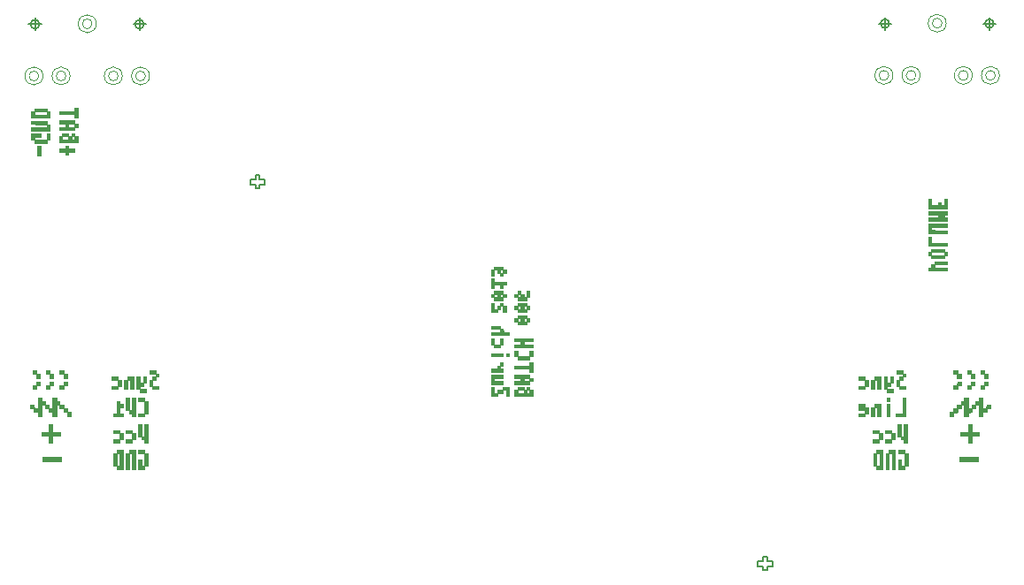
<source format=gbr>
G04 #@! TF.FileFunction,Legend,Bot*
%FSLAX46Y46*%
G04 Gerber Fmt 4.6, Leading zero omitted, Abs format (unit mm)*
G04 Created by KiCad (PCBNEW 4.0.7-e0-6372~58~ubuntu16.04.1) date Thu Mar  7 17:22:22 2019*
%MOMM*%
%LPD*%
G01*
G04 APERTURE LIST*
%ADD10C,0.100000*%
%ADD11C,0.152400*%
%ADD12C,0.127000*%
%ADD13C,0.010000*%
G04 APERTURE END LIST*
D10*
D11*
X173558000Y-124210000D02*
X174058000Y-124210000D01*
X174058000Y-124710000D02*
X173558000Y-124710000D01*
X174458000Y-124710000D02*
X174958000Y-124710000D01*
X174958000Y-124710000D02*
X174958000Y-124210000D01*
X174958000Y-124210000D02*
X174458000Y-124210000D01*
X174458000Y-124210000D02*
X174458000Y-123810000D01*
X174458000Y-123810000D02*
X174058000Y-123810000D01*
X174058000Y-123810000D02*
X174058000Y-124210000D01*
X173558000Y-124210000D02*
X173558000Y-124710000D01*
X174058000Y-124710000D02*
X174058000Y-125110000D01*
X174058000Y-125110000D02*
X174458000Y-125110000D01*
X174458000Y-125110000D02*
X174458000Y-124710000D01*
X126390000Y-88134000D02*
X125890000Y-88134000D01*
X125890000Y-87634000D02*
X126390000Y-87634000D01*
X125490000Y-87634000D02*
X124990000Y-87634000D01*
X124990000Y-87634000D02*
X124990000Y-88134000D01*
X124990000Y-88134000D02*
X125490000Y-88134000D01*
X125490000Y-88134000D02*
X125490000Y-88534000D01*
X125490000Y-88534000D02*
X125890000Y-88534000D01*
X125890000Y-88534000D02*
X125890000Y-88134000D01*
X126390000Y-88134000D02*
X126390000Y-87634000D01*
X125890000Y-87634000D02*
X125890000Y-87234000D01*
X125890000Y-87234000D02*
X125490000Y-87234000D01*
X125490000Y-87234000D02*
X125490000Y-87634000D01*
D10*
X191180473Y-72696500D02*
G75*
G03X191180473Y-72696500I-466973J0D01*
G01*
X186082693Y-77695220D02*
G75*
G03X186082693Y-77695220I-466973J0D01*
G01*
X188681113Y-77695220D02*
G75*
G03X188681113Y-77695220I-466973J0D01*
G01*
X193679833Y-77695220D02*
G75*
G03X193679833Y-77695220I-466973J0D01*
G01*
X196278253Y-77695220D02*
G75*
G03X196278253Y-77695220I-466973J0D01*
G01*
X191575605Y-72696500D02*
G75*
G03X191575605Y-72696500I-862105J0D01*
G01*
X186477825Y-77695220D02*
G75*
G03X186477825Y-77695220I-862105J0D01*
G01*
X196673385Y-77695220D02*
G75*
G03X196673385Y-77695220I-862105J0D01*
G01*
X194074965Y-77695220D02*
G75*
G03X194074965Y-77695220I-862105J0D01*
G01*
X189076245Y-77695220D02*
G75*
G03X189076245Y-77695220I-862105J0D01*
G01*
D12*
X186138648Y-72737140D02*
G75*
G03X186138648Y-72737140I-423868J0D01*
G01*
X185714780Y-72137700D02*
X185714780Y-73336580D01*
X186314220Y-72737140D02*
X185115340Y-72737140D01*
X196136088Y-72737140D02*
G75*
G03X196136088Y-72737140I-423868J0D01*
G01*
X195712220Y-72137700D02*
X195712220Y-73336580D01*
X196311660Y-72737140D02*
X195112780Y-72737140D01*
D10*
X109869193Y-72751280D02*
G75*
G03X109869193Y-72751280I-466973J0D01*
G01*
X104771413Y-77750000D02*
G75*
G03X104771413Y-77750000I-466973J0D01*
G01*
X107369833Y-77750000D02*
G75*
G03X107369833Y-77750000I-466973J0D01*
G01*
X112368553Y-77750000D02*
G75*
G03X112368553Y-77750000I-466973J0D01*
G01*
X114966973Y-77750000D02*
G75*
G03X114966973Y-77750000I-466973J0D01*
G01*
X110264325Y-72751280D02*
G75*
G03X110264325Y-72751280I-862105J0D01*
G01*
X105166545Y-77750000D02*
G75*
G03X105166545Y-77750000I-862105J0D01*
G01*
X115362105Y-77750000D02*
G75*
G03X115362105Y-77750000I-862105J0D01*
G01*
X112763685Y-77750000D02*
G75*
G03X112763685Y-77750000I-862105J0D01*
G01*
X107764965Y-77750000D02*
G75*
G03X107764965Y-77750000I-862105J0D01*
G01*
D12*
X104827368Y-72791920D02*
G75*
G03X104827368Y-72791920I-423868J0D01*
G01*
X104403500Y-72192480D02*
X104403500Y-73391360D01*
X105002940Y-72791920D02*
X103804060Y-72791920D01*
X114824808Y-72791920D02*
G75*
G03X114824808Y-72791920I-423868J0D01*
G01*
X114400940Y-72192480D02*
X114400940Y-73391360D01*
X115000380Y-72791920D02*
X113801500Y-72791920D01*
D13*
G36*
X112801700Y-115392400D02*
X112192100Y-115392400D01*
X112192100Y-115087600D01*
X111900000Y-115087600D01*
X111900000Y-113893800D01*
X112192100Y-113893800D01*
X112192100Y-115087600D01*
X112496900Y-115087600D01*
X112496900Y-113893800D01*
X112192100Y-113893800D01*
X112192100Y-113601700D01*
X112801700Y-113601700D01*
X112801700Y-115392400D01*
X112801700Y-115392400D01*
G37*
X112801700Y-115392400D02*
X112192100Y-115392400D01*
X112192100Y-115087600D01*
X111900000Y-115087600D01*
X111900000Y-113893800D01*
X112192100Y-113893800D01*
X112192100Y-115087600D01*
X112496900Y-115087600D01*
X112496900Y-113893800D01*
X112192100Y-113893800D01*
X112192100Y-113601700D01*
X112801700Y-113601700D01*
X112801700Y-115392400D01*
G36*
X113398600Y-113601700D02*
X113995500Y-113601700D01*
X113995500Y-115392400D01*
X113690700Y-115392400D01*
X113690700Y-113893800D01*
X113398600Y-113893800D01*
X113398600Y-113601700D01*
X113398600Y-113601700D01*
G37*
X113398600Y-113601700D02*
X113995500Y-113601700D01*
X113995500Y-115392400D01*
X113690700Y-115392400D01*
X113690700Y-113893800D01*
X113398600Y-113893800D01*
X113398600Y-113601700D01*
G36*
X113398600Y-115392400D02*
X113093800Y-115392400D01*
X113093800Y-113893800D01*
X113398600Y-113893800D01*
X113398600Y-115392400D01*
X113398600Y-115392400D01*
G37*
X113398600Y-115392400D02*
X113093800Y-115392400D01*
X113093800Y-113893800D01*
X113398600Y-113893800D01*
X113398600Y-115392400D01*
G36*
X114592400Y-115087600D02*
X114897200Y-115087600D01*
X114897200Y-115392400D01*
X114287275Y-115392400D01*
X114290612Y-114944725D01*
X114293950Y-114497050D01*
X114443175Y-114493471D01*
X114592400Y-114489893D01*
X114592400Y-115087600D01*
X114592400Y-115087600D01*
G37*
X114592400Y-115087600D02*
X114897200Y-115087600D01*
X114897200Y-115392400D01*
X114287275Y-115392400D01*
X114290612Y-114944725D01*
X114293950Y-114497050D01*
X114443175Y-114493471D01*
X114592400Y-114489893D01*
X114592400Y-115087600D01*
G36*
X115189300Y-115087600D02*
X114897200Y-115087600D01*
X114897200Y-113893800D01*
X115189300Y-113893800D01*
X115189300Y-115087600D01*
X115189300Y-115087600D01*
G37*
X115189300Y-115087600D02*
X114897200Y-115087600D01*
X114897200Y-113893800D01*
X115189300Y-113893800D01*
X115189300Y-115087600D01*
G36*
X114897200Y-113893800D02*
X114287600Y-113893800D01*
X114287600Y-113601700D01*
X114897200Y-113601700D01*
X114897200Y-113893800D01*
X114897200Y-113893800D01*
G37*
X114897200Y-113893800D02*
X114287600Y-113893800D01*
X114287600Y-113601700D01*
X114897200Y-113601700D01*
X114897200Y-113893800D01*
G36*
X185483800Y-115392400D02*
X184886900Y-115392400D01*
X184886900Y-115087600D01*
X184594800Y-115087600D01*
X184594800Y-113893800D01*
X184886900Y-113893800D01*
X184886900Y-115087600D01*
X185191700Y-115087600D01*
X185191700Y-113893800D01*
X184886900Y-113893800D01*
X184886900Y-113601700D01*
X185483800Y-113601700D01*
X185483800Y-115392400D01*
X185483800Y-115392400D01*
G37*
X185483800Y-115392400D02*
X184886900Y-115392400D01*
X184886900Y-115087600D01*
X184594800Y-115087600D01*
X184594800Y-113893800D01*
X184886900Y-113893800D01*
X184886900Y-115087600D01*
X185191700Y-115087600D01*
X185191700Y-113893800D01*
X184886900Y-113893800D01*
X184886900Y-113601700D01*
X185483800Y-113601700D01*
X185483800Y-115392400D01*
G36*
X186093400Y-113601700D02*
X186690300Y-113601700D01*
X186690300Y-115392400D01*
X186385500Y-115392400D01*
X186385500Y-113893800D01*
X186093400Y-113893800D01*
X186093400Y-113601700D01*
X186093400Y-113601700D01*
G37*
X186093400Y-113601700D02*
X186690300Y-113601700D01*
X186690300Y-115392400D01*
X186385500Y-115392400D01*
X186385500Y-113893800D01*
X186093400Y-113893800D01*
X186093400Y-113601700D01*
G36*
X186093400Y-115392400D02*
X185788600Y-115392400D01*
X185788600Y-113893800D01*
X186093400Y-113893800D01*
X186093400Y-115392400D01*
X186093400Y-115392400D01*
G37*
X186093400Y-115392400D02*
X185788600Y-115392400D01*
X185788600Y-113893800D01*
X186093400Y-113893800D01*
X186093400Y-115392400D01*
G36*
X187287200Y-115087600D02*
X187579300Y-115087600D01*
X187579300Y-115392400D01*
X186982400Y-115392400D01*
X186982400Y-114490700D01*
X187287200Y-114490700D01*
X187287200Y-115087600D01*
X187287200Y-115087600D01*
G37*
X187287200Y-115087600D02*
X187579300Y-115087600D01*
X187579300Y-115392400D01*
X186982400Y-115392400D01*
X186982400Y-114490700D01*
X187287200Y-114490700D01*
X187287200Y-115087600D01*
G36*
X187884100Y-115087600D02*
X187579300Y-115087600D01*
X187579300Y-113893800D01*
X187884100Y-113893800D01*
X187884100Y-115087600D01*
X187884100Y-115087600D01*
G37*
X187884100Y-115087600D02*
X187579300Y-115087600D01*
X187579300Y-113893800D01*
X187884100Y-113893800D01*
X187884100Y-115087600D01*
G36*
X187579300Y-113893800D02*
X186982400Y-113893800D01*
X186982400Y-113601700D01*
X187579300Y-113601700D01*
X187579300Y-113893800D01*
X187579300Y-113893800D01*
G37*
X187579300Y-113893800D02*
X186982400Y-113893800D01*
X186982400Y-113601700D01*
X187579300Y-113601700D01*
X187579300Y-113893800D01*
G36*
X106858100Y-114643100D02*
X105092800Y-114643100D01*
X105092800Y-114287500D01*
X106858100Y-114287500D01*
X106858100Y-114643100D01*
X106858100Y-114643100D01*
G37*
X106858100Y-114643100D02*
X105092800Y-114643100D01*
X105092800Y-114287500D01*
X106858100Y-114287500D01*
X106858100Y-114643100D01*
G36*
X194653200Y-114643100D02*
X192875200Y-114643100D01*
X192875200Y-114287500D01*
X194653200Y-114287500D01*
X194653200Y-114643100D01*
X194653200Y-114643100D01*
G37*
X194653200Y-114643100D02*
X192875200Y-114643100D01*
X192875200Y-114287500D01*
X194653200Y-114287500D01*
X194653200Y-114643100D01*
G36*
X106070700Y-111836400D02*
X106781900Y-111836400D01*
X106781900Y-112204700D01*
X106070700Y-112204700D01*
X106070700Y-112915900D01*
X105701232Y-112915900D01*
X105702433Y-112734925D01*
X105702860Y-112648225D01*
X105703108Y-112550224D01*
X105703157Y-112453631D01*
X105703016Y-112379325D01*
X105702400Y-112204700D01*
X105015902Y-112204700D01*
X105022950Y-111842750D01*
X105362675Y-111839367D01*
X105702400Y-111835985D01*
X105703016Y-111661567D01*
X105703162Y-111576968D01*
X105703090Y-111479666D01*
X105702821Y-111382358D01*
X105702433Y-111306175D01*
X105701232Y-111125200D01*
X106070700Y-111125200D01*
X106070700Y-111836400D01*
X106070700Y-111836400D01*
G37*
X106070700Y-111836400D02*
X106781900Y-111836400D01*
X106781900Y-112204700D01*
X106070700Y-112204700D01*
X106070700Y-112915900D01*
X105701232Y-112915900D01*
X105702433Y-112734925D01*
X105702860Y-112648225D01*
X105703108Y-112550224D01*
X105703157Y-112453631D01*
X105703016Y-112379325D01*
X105702400Y-112204700D01*
X105015902Y-112204700D01*
X105022950Y-111842750D01*
X105362675Y-111839367D01*
X105702400Y-111835985D01*
X105703016Y-111661567D01*
X105703162Y-111576968D01*
X105703090Y-111479666D01*
X105702821Y-111382358D01*
X105702433Y-111306175D01*
X105701232Y-111125200D01*
X106070700Y-111125200D01*
X106070700Y-111836400D01*
G36*
X194030866Y-111306175D02*
X194030439Y-111392874D01*
X194030191Y-111490875D01*
X194030142Y-111587468D01*
X194030283Y-111661775D01*
X194030900Y-111836400D01*
X194716700Y-111836400D01*
X194716700Y-112204700D01*
X194030900Y-112204700D01*
X194030900Y-112915900D01*
X193662600Y-112915900D01*
X193662600Y-112204700D01*
X192951400Y-112204700D01*
X192951400Y-111836400D01*
X193662600Y-111836400D01*
X193663216Y-111661775D01*
X193663362Y-111577077D01*
X193663290Y-111479691D01*
X193663020Y-111382327D01*
X193662633Y-111306175D01*
X193661432Y-111125200D01*
X194032067Y-111125200D01*
X194030866Y-111306175D01*
X194030866Y-111306175D01*
G37*
X194030866Y-111306175D02*
X194030439Y-111392874D01*
X194030191Y-111490875D01*
X194030142Y-111587468D01*
X194030283Y-111661775D01*
X194030900Y-111836400D01*
X194716700Y-111836400D01*
X194716700Y-112204700D01*
X194030900Y-112204700D01*
X194030900Y-112915900D01*
X193662600Y-112915900D01*
X193662600Y-112204700D01*
X192951400Y-112204700D01*
X192951400Y-111836400D01*
X193662600Y-111836400D01*
X193663216Y-111661775D01*
X193663362Y-111577077D01*
X193663290Y-111479691D01*
X193663020Y-111382327D01*
X193662633Y-111306175D01*
X193661432Y-111125200D01*
X194032067Y-111125200D01*
X194030866Y-111306175D01*
G36*
X112795350Y-112579350D02*
X112496900Y-112586506D01*
X112496900Y-112877800D01*
X111900000Y-112877800D01*
X111900000Y-112585700D01*
X112496900Y-112585700D01*
X112496900Y-111988800D01*
X112802168Y-111988800D01*
X112795350Y-112579350D01*
X112795350Y-112579350D01*
G37*
X112795350Y-112579350D02*
X112496900Y-112586506D01*
X112496900Y-112877800D01*
X111900000Y-112877800D01*
X111900000Y-112585700D01*
X112496900Y-112585700D01*
X112496900Y-111988800D01*
X112802168Y-111988800D01*
X112795350Y-112579350D01*
G36*
X112496900Y-111988800D02*
X111900000Y-111988800D01*
X111900000Y-111684000D01*
X112496900Y-111684000D01*
X112496900Y-111988800D01*
X112496900Y-111988800D01*
G37*
X112496900Y-111988800D02*
X111900000Y-111988800D01*
X111900000Y-111684000D01*
X112496900Y-111684000D01*
X112496900Y-111988800D01*
G36*
X113690700Y-112877800D02*
X113093800Y-112877800D01*
X113093800Y-112585700D01*
X113690700Y-112585700D01*
X113690700Y-112877800D01*
X113690700Y-112877800D01*
G37*
X113690700Y-112877800D02*
X113093800Y-112877800D01*
X113093800Y-112585700D01*
X113690700Y-112585700D01*
X113690700Y-112877800D01*
G36*
X113995500Y-112585700D02*
X113690700Y-112585700D01*
X113690700Y-111988800D01*
X113995500Y-111988800D01*
X113995500Y-112585700D01*
X113995500Y-112585700D01*
G37*
X113995500Y-112585700D02*
X113690700Y-112585700D01*
X113690700Y-111988800D01*
X113995500Y-111988800D01*
X113995500Y-112585700D01*
G36*
X113690700Y-111988800D02*
X113093800Y-111988800D01*
X113093800Y-111684000D01*
X113690700Y-111684000D01*
X113690700Y-111988800D01*
X113690700Y-111988800D01*
G37*
X113690700Y-111988800D02*
X113093800Y-111988800D01*
X113093800Y-111684000D01*
X113690700Y-111684000D01*
X113690700Y-111988800D01*
G36*
X115189300Y-112877800D02*
X114897200Y-112877800D01*
X114897200Y-112585700D01*
X114592400Y-112585700D01*
X114592400Y-112280900D01*
X114897200Y-112280900D01*
X114897200Y-111087100D01*
X115189300Y-111087100D01*
X115189300Y-112877800D01*
X115189300Y-112877800D01*
G37*
X115189300Y-112877800D02*
X114897200Y-112877800D01*
X114897200Y-112585700D01*
X114592400Y-112585700D01*
X114592400Y-112280900D01*
X114897200Y-112280900D01*
X114897200Y-111087100D01*
X115189300Y-111087100D01*
X115189300Y-112877800D01*
G36*
X114592400Y-112280900D02*
X114287600Y-112280900D01*
X114287600Y-111087100D01*
X114592400Y-111087100D01*
X114592400Y-112280900D01*
X114592400Y-112280900D01*
G37*
X114592400Y-112280900D02*
X114287600Y-112280900D01*
X114287600Y-111087100D01*
X114592400Y-111087100D01*
X114592400Y-112280900D01*
G36*
X185153600Y-112877800D02*
X184556700Y-112877800D01*
X184556700Y-112585700D01*
X185153600Y-112585700D01*
X185153600Y-112877800D01*
X185153600Y-112877800D01*
G37*
X185153600Y-112877800D02*
X184556700Y-112877800D01*
X184556700Y-112585700D01*
X185153600Y-112585700D01*
X185153600Y-112877800D01*
G36*
X185445700Y-112585700D02*
X185153600Y-112585700D01*
X185153600Y-111988800D01*
X185445700Y-111988800D01*
X185445700Y-112585700D01*
X185445700Y-112585700D01*
G37*
X185445700Y-112585700D02*
X185153600Y-112585700D01*
X185153600Y-111988800D01*
X185445700Y-111988800D01*
X185445700Y-112585700D01*
G36*
X185153600Y-111988800D02*
X184556700Y-111988800D01*
X184556700Y-111684000D01*
X185153600Y-111684000D01*
X185153600Y-111988800D01*
X185153600Y-111988800D01*
G37*
X185153600Y-111988800D02*
X184556700Y-111988800D01*
X184556700Y-111684000D01*
X185153600Y-111684000D01*
X185153600Y-111988800D01*
G36*
X186347400Y-112877800D02*
X185750500Y-112877800D01*
X185750500Y-112585700D01*
X186347400Y-112585700D01*
X186347400Y-112877800D01*
X186347400Y-112877800D01*
G37*
X186347400Y-112877800D02*
X185750500Y-112877800D01*
X185750500Y-112585700D01*
X186347400Y-112585700D01*
X186347400Y-112877800D01*
G36*
X186652200Y-112585700D02*
X186347400Y-112585700D01*
X186347400Y-111988800D01*
X186652200Y-111988800D01*
X186652200Y-112585700D01*
X186652200Y-112585700D01*
G37*
X186652200Y-112585700D02*
X186347400Y-112585700D01*
X186347400Y-111988800D01*
X186652200Y-111988800D01*
X186652200Y-112585700D01*
G36*
X186347400Y-111988800D02*
X185750500Y-111988800D01*
X185750500Y-111684000D01*
X186347400Y-111684000D01*
X186347400Y-111988800D01*
X186347400Y-111988800D01*
G37*
X186347400Y-111988800D02*
X185750500Y-111988800D01*
X185750500Y-111684000D01*
X186347400Y-111684000D01*
X186347400Y-111988800D01*
G36*
X187846000Y-112877800D02*
X187541200Y-112877800D01*
X187541200Y-112585700D01*
X187249100Y-112585700D01*
X187249100Y-112280900D01*
X187541200Y-112280900D01*
X187541200Y-111087100D01*
X187846000Y-111087100D01*
X187846000Y-112877800D01*
X187846000Y-112877800D01*
G37*
X187846000Y-112877800D02*
X187541200Y-112877800D01*
X187541200Y-112585700D01*
X187249100Y-112585700D01*
X187249100Y-112280900D01*
X187541200Y-112280900D01*
X187541200Y-111087100D01*
X187846000Y-111087100D01*
X187846000Y-112877800D01*
G36*
X187249100Y-112280900D02*
X186944300Y-112280900D01*
X186944300Y-111087100D01*
X187249100Y-111087100D01*
X187249100Y-112280900D01*
X187249100Y-112280900D01*
G37*
X187249100Y-112280900D02*
X186944300Y-112280900D01*
X186944300Y-111087100D01*
X187249100Y-111087100D01*
X187249100Y-112280900D01*
G36*
X112496900Y-109168593D02*
X112646125Y-109172171D01*
X112795350Y-109175750D01*
X112802506Y-109474200D01*
X112496900Y-109474200D01*
X112496900Y-110070293D01*
X112646125Y-110073871D01*
X112795350Y-110077450D01*
X112795350Y-110369550D01*
X111900000Y-110376224D01*
X111900000Y-110071100D01*
X112192100Y-110071100D01*
X112192100Y-108877300D01*
X112496900Y-108877300D01*
X112496900Y-109168593D01*
X112496900Y-109168593D01*
G37*
X112496900Y-109168593D02*
X112646125Y-109172171D01*
X112795350Y-109175750D01*
X112802506Y-109474200D01*
X112496900Y-109474200D01*
X112496900Y-110070293D01*
X112646125Y-110073871D01*
X112795350Y-110077450D01*
X112795350Y-110369550D01*
X111900000Y-110376224D01*
X111900000Y-110071100D01*
X112192100Y-110071100D01*
X112192100Y-108877300D01*
X112496900Y-108877300D01*
X112496900Y-109168593D01*
G36*
X113995500Y-110375900D02*
X113690700Y-110375900D01*
X113690700Y-110071100D01*
X113398600Y-110071100D01*
X113398600Y-109779000D01*
X113690700Y-109779000D01*
X113690700Y-108572500D01*
X113995500Y-108572500D01*
X113995500Y-110375900D01*
X113995500Y-110375900D01*
G37*
X113995500Y-110375900D02*
X113690700Y-110375900D01*
X113690700Y-110071100D01*
X113398600Y-110071100D01*
X113398600Y-109779000D01*
X113690700Y-109779000D01*
X113690700Y-108572500D01*
X113995500Y-108572500D01*
X113995500Y-110375900D01*
G36*
X113398600Y-109779000D02*
X113093800Y-109779000D01*
X113093800Y-108572500D01*
X113398600Y-108572500D01*
X113398600Y-109779000D01*
X113398600Y-109779000D01*
G37*
X113398600Y-109779000D02*
X113093800Y-109779000D01*
X113093800Y-108572500D01*
X113398600Y-108572500D01*
X113398600Y-109779000D01*
G36*
X114898006Y-108877300D02*
X115189300Y-108877300D01*
X115189300Y-110071100D01*
X114898006Y-110071100D01*
X114890850Y-110369550D01*
X114595266Y-110372959D01*
X114497664Y-110373820D01*
X114422730Y-110373785D01*
X114367745Y-110372734D01*
X114329989Y-110370543D01*
X114306742Y-110367091D01*
X114295285Y-110362256D01*
X114293171Y-110359401D01*
X114290790Y-110340177D01*
X114289531Y-110301767D01*
X114289514Y-110250365D01*
X114290305Y-110209941D01*
X114293950Y-110077450D01*
X114897200Y-110070640D01*
X114897200Y-108877759D01*
X114595575Y-108874354D01*
X114293950Y-108870950D01*
X114293950Y-108578850D01*
X114890850Y-108578850D01*
X114898006Y-108877300D01*
X114898006Y-108877300D01*
G37*
X114898006Y-108877300D02*
X115189300Y-108877300D01*
X115189300Y-110071100D01*
X114898006Y-110071100D01*
X114890850Y-110369550D01*
X114595266Y-110372959D01*
X114497664Y-110373820D01*
X114422730Y-110373785D01*
X114367745Y-110372734D01*
X114329989Y-110370543D01*
X114306742Y-110367091D01*
X114295285Y-110362256D01*
X114293171Y-110359401D01*
X114290790Y-110340177D01*
X114289531Y-110301767D01*
X114289514Y-110250365D01*
X114290305Y-110209941D01*
X114293950Y-110077450D01*
X114897200Y-110070640D01*
X114897200Y-108877759D01*
X114595575Y-108874354D01*
X114293950Y-108870950D01*
X114293950Y-108578850D01*
X114890850Y-108578850D01*
X114898006Y-108877300D01*
G36*
X183782000Y-110375900D02*
X183185100Y-110375900D01*
X183185100Y-110071100D01*
X183782000Y-110071100D01*
X183782000Y-110375900D01*
X183782000Y-110375900D01*
G37*
X183782000Y-110375900D02*
X183185100Y-110375900D01*
X183185100Y-110071100D01*
X183782000Y-110071100D01*
X183782000Y-110375900D01*
G36*
X183782000Y-109474200D02*
X184086800Y-109474200D01*
X184086800Y-110071100D01*
X183782000Y-110071100D01*
X183782000Y-109779468D01*
X183191450Y-109772650D01*
X183191450Y-109175750D01*
X183486725Y-109172340D01*
X183782000Y-109168931D01*
X183782000Y-109474200D01*
X183782000Y-109474200D01*
G37*
X183782000Y-109474200D02*
X184086800Y-109474200D01*
X184086800Y-110071100D01*
X183782000Y-110071100D01*
X183782000Y-109779468D01*
X183191450Y-109772650D01*
X183191450Y-109175750D01*
X183486725Y-109172340D01*
X183782000Y-109168931D01*
X183782000Y-109474200D01*
G36*
X184683700Y-109169400D02*
X185280600Y-109169400D01*
X185280600Y-110375900D01*
X184988500Y-110375900D01*
X184988500Y-109474200D01*
X184683700Y-109474200D01*
X184683700Y-109169400D01*
X184683700Y-109169400D01*
G37*
X184683700Y-109169400D02*
X185280600Y-109169400D01*
X185280600Y-110375900D01*
X184988500Y-110375900D01*
X184988500Y-109474200D01*
X184683700Y-109474200D01*
X184683700Y-109169400D01*
G36*
X184683700Y-110375900D02*
X184539766Y-110375900D01*
X184481664Y-110375193D01*
X184433220Y-110373276D01*
X184399889Y-110370451D01*
X184387366Y-110367433D01*
X184385388Y-110353184D01*
X184383574Y-110316490D01*
X184381979Y-110260306D01*
X184380660Y-110187586D01*
X184379671Y-110101287D01*
X184379067Y-110004361D01*
X184378900Y-109916583D01*
X184378900Y-109474200D01*
X184683700Y-109474200D01*
X184683700Y-110375900D01*
X184683700Y-110375900D01*
G37*
X184683700Y-110375900D02*
X184539766Y-110375900D01*
X184481664Y-110375193D01*
X184433220Y-110373276D01*
X184399889Y-110370451D01*
X184387366Y-110367433D01*
X184385388Y-110353184D01*
X184383574Y-110316490D01*
X184381979Y-110260306D01*
X184380660Y-110187586D01*
X184379671Y-110101287D01*
X184379067Y-110004361D01*
X184378900Y-109916583D01*
X184378900Y-109474200D01*
X184683700Y-109474200D01*
X184683700Y-110375900D01*
G36*
X186182300Y-110375900D02*
X186035851Y-110375900D01*
X185966024Y-110374958D01*
X185918975Y-110371955D01*
X185892148Y-110366624D01*
X185883316Y-110360025D01*
X185882142Y-110344424D01*
X185881183Y-110306023D01*
X185880453Y-110247419D01*
X185879963Y-110171212D01*
X185879725Y-110079999D01*
X185879750Y-109976379D01*
X185880052Y-109862951D01*
X185880540Y-109759950D01*
X185883850Y-109175750D01*
X186033075Y-109172171D01*
X186182300Y-109168593D01*
X186182300Y-110375900D01*
X186182300Y-110375900D01*
G37*
X186182300Y-110375900D02*
X186035851Y-110375900D01*
X185966024Y-110374958D01*
X185918975Y-110371955D01*
X185892148Y-110366624D01*
X185883316Y-110360025D01*
X185882142Y-110344424D01*
X185881183Y-110306023D01*
X185880453Y-110247419D01*
X185879963Y-110171212D01*
X185879725Y-110079999D01*
X185879750Y-109976379D01*
X185880052Y-109862951D01*
X185880540Y-109759950D01*
X185883850Y-109175750D01*
X186033075Y-109172171D01*
X186182300Y-109168593D01*
X186182300Y-110375900D01*
G36*
X187680900Y-110375900D02*
X186779200Y-110375900D01*
X186779200Y-110071100D01*
X187376100Y-110071100D01*
X187376100Y-108572500D01*
X187680900Y-108572500D01*
X187680900Y-110375900D01*
X187680900Y-110375900D01*
G37*
X187680900Y-110375900D02*
X186779200Y-110375900D01*
X186779200Y-110071100D01*
X187376100Y-110071100D01*
X187376100Y-108572500D01*
X187680900Y-108572500D01*
X187680900Y-110375900D01*
G36*
X105029300Y-108890000D02*
X105359500Y-108890000D01*
X105359500Y-109245600D01*
X105727102Y-109245600D01*
X105734150Y-109607550D01*
X106083400Y-109614616D01*
X106083400Y-108534400D01*
X106451700Y-108534400D01*
X106451700Y-108890000D01*
X106769200Y-108890000D01*
X106769200Y-109244883D01*
X106943825Y-109248416D01*
X107118450Y-109251950D01*
X107121973Y-109432925D01*
X107125497Y-109613900D01*
X107467700Y-109613900D01*
X107467700Y-109969500D01*
X107810600Y-109969500D01*
X107810600Y-110337800D01*
X107455000Y-110337800D01*
X107455000Y-109969500D01*
X107112100Y-109969500D01*
X107112100Y-109613900D01*
X106756500Y-109613900D01*
X106756500Y-109258300D01*
X106439000Y-109258300D01*
X106439000Y-109798372D01*
X106438999Y-110338444D01*
X106238975Y-110334947D01*
X106038950Y-110331450D01*
X106031902Y-109969500D01*
X105689700Y-109969500D01*
X105689700Y-109613900D01*
X105346800Y-109613900D01*
X105346800Y-109258300D01*
X105029575Y-109258300D01*
X105026262Y-109794875D01*
X105022950Y-110331450D01*
X104850784Y-110334967D01*
X104787035Y-110335640D01*
X104732613Y-110335026D01*
X104692453Y-110333271D01*
X104671488Y-110330518D01*
X104669809Y-110329675D01*
X104666608Y-110314407D01*
X104663927Y-110278623D01*
X104661999Y-110227203D01*
X104661055Y-110165030D01*
X104661000Y-110145183D01*
X104661000Y-109969500D01*
X104305400Y-109969500D01*
X104305400Y-109613900D01*
X103949102Y-109613900D01*
X103956150Y-109251950D01*
X104311750Y-109251950D01*
X104315273Y-109432925D01*
X104318797Y-109613900D01*
X104661000Y-109613900D01*
X104661000Y-109342897D01*
X104661475Y-109237786D01*
X104662792Y-109118255D01*
X104664784Y-108994954D01*
X104667287Y-108878533D01*
X104669369Y-108803147D01*
X104677739Y-108534400D01*
X105029300Y-108534400D01*
X105029300Y-108890000D01*
X105029300Y-108890000D01*
G37*
X105029300Y-108890000D02*
X105359500Y-108890000D01*
X105359500Y-109245600D01*
X105727102Y-109245600D01*
X105734150Y-109607550D01*
X106083400Y-109614616D01*
X106083400Y-108534400D01*
X106451700Y-108534400D01*
X106451700Y-108890000D01*
X106769200Y-108890000D01*
X106769200Y-109244883D01*
X106943825Y-109248416D01*
X107118450Y-109251950D01*
X107121973Y-109432925D01*
X107125497Y-109613900D01*
X107467700Y-109613900D01*
X107467700Y-109969500D01*
X107810600Y-109969500D01*
X107810600Y-110337800D01*
X107455000Y-110337800D01*
X107455000Y-109969500D01*
X107112100Y-109969500D01*
X107112100Y-109613900D01*
X106756500Y-109613900D01*
X106756500Y-109258300D01*
X106439000Y-109258300D01*
X106439000Y-109798372D01*
X106438999Y-110338444D01*
X106238975Y-110334947D01*
X106038950Y-110331450D01*
X106031902Y-109969500D01*
X105689700Y-109969500D01*
X105689700Y-109613900D01*
X105346800Y-109613900D01*
X105346800Y-109258300D01*
X105029575Y-109258300D01*
X105026262Y-109794875D01*
X105022950Y-110331450D01*
X104850784Y-110334967D01*
X104787035Y-110335640D01*
X104732613Y-110335026D01*
X104692453Y-110333271D01*
X104671488Y-110330518D01*
X104669809Y-110329675D01*
X104666608Y-110314407D01*
X104663927Y-110278623D01*
X104661999Y-110227203D01*
X104661055Y-110165030D01*
X104661000Y-110145183D01*
X104661000Y-109969500D01*
X104305400Y-109969500D01*
X104305400Y-109613900D01*
X103949102Y-109613900D01*
X103956150Y-109251950D01*
X104311750Y-109251950D01*
X104315273Y-109432925D01*
X104318797Y-109613900D01*
X104661000Y-109613900D01*
X104661000Y-109342897D01*
X104661475Y-109237786D01*
X104662792Y-109118255D01*
X104664784Y-108994954D01*
X104667287Y-108878533D01*
X104669369Y-108803147D01*
X104677739Y-108534400D01*
X105029300Y-108534400D01*
X105029300Y-108890000D01*
G36*
X193649900Y-109613900D02*
X194005500Y-109613900D01*
X194005500Y-109245600D01*
X194386500Y-109245600D01*
X194386500Y-108890000D01*
X194704000Y-108890000D01*
X194704000Y-108534400D01*
X195072300Y-108534400D01*
X195072300Y-109613900D01*
X195414502Y-109613900D01*
X195421550Y-109251950D01*
X195783500Y-109244902D01*
X195783500Y-109613900D01*
X195427900Y-109613900D01*
X195427900Y-109969500D01*
X195072300Y-109969500D01*
X195072300Y-110337800D01*
X194716700Y-110337800D01*
X194716250Y-110156825D01*
X194716149Y-110093768D01*
X194716100Y-110011065D01*
X194716102Y-109914465D01*
X194716154Y-109809722D01*
X194716253Y-109702588D01*
X194716370Y-109617075D01*
X194716940Y-109258300D01*
X194399200Y-109258300D01*
X194399200Y-109613900D01*
X194043600Y-109613900D01*
X194043600Y-109968762D01*
X193707050Y-109975850D01*
X193700002Y-110337800D01*
X193294300Y-110337800D01*
X193294300Y-109258300D01*
X192976800Y-109258300D01*
X192976800Y-109613900D01*
X192633900Y-109613900D01*
X192633900Y-109968783D01*
X192459275Y-109972316D01*
X192284650Y-109975850D01*
X192277602Y-110337800D01*
X191922700Y-110337800D01*
X191922700Y-109969500D01*
X192265600Y-109969500D01*
X192265600Y-109614616D01*
X192614850Y-109607550D01*
X192618373Y-109426575D01*
X192621897Y-109245600D01*
X192964100Y-109245600D01*
X192964100Y-108890000D01*
X193281600Y-108890000D01*
X193281600Y-108534400D01*
X193649900Y-108534400D01*
X193649900Y-109613900D01*
X193649900Y-109613900D01*
G37*
X193649900Y-109613900D02*
X194005500Y-109613900D01*
X194005500Y-109245600D01*
X194386500Y-109245600D01*
X194386500Y-108890000D01*
X194704000Y-108890000D01*
X194704000Y-108534400D01*
X195072300Y-108534400D01*
X195072300Y-109613900D01*
X195414502Y-109613900D01*
X195421550Y-109251950D01*
X195783500Y-109244902D01*
X195783500Y-109613900D01*
X195427900Y-109613900D01*
X195427900Y-109969500D01*
X195072300Y-109969500D01*
X195072300Y-110337800D01*
X194716700Y-110337800D01*
X194716250Y-110156825D01*
X194716149Y-110093768D01*
X194716100Y-110011065D01*
X194716102Y-109914465D01*
X194716154Y-109809722D01*
X194716253Y-109702588D01*
X194716370Y-109617075D01*
X194716940Y-109258300D01*
X194399200Y-109258300D01*
X194399200Y-109613900D01*
X194043600Y-109613900D01*
X194043600Y-109968762D01*
X193707050Y-109975850D01*
X193700002Y-110337800D01*
X193294300Y-110337800D01*
X193294300Y-109258300D01*
X192976800Y-109258300D01*
X192976800Y-109613900D01*
X192633900Y-109613900D01*
X192633900Y-109968783D01*
X192459275Y-109972316D01*
X192284650Y-109975850D01*
X192277602Y-110337800D01*
X191922700Y-110337800D01*
X191922700Y-109969500D01*
X192265600Y-109969500D01*
X192265600Y-109614616D01*
X192614850Y-109607550D01*
X192618373Y-109426575D01*
X192621897Y-109245600D01*
X192964100Y-109245600D01*
X192964100Y-108890000D01*
X193281600Y-108890000D01*
X193281600Y-108534400D01*
X193649900Y-108534400D01*
X193649900Y-109613900D01*
G36*
X186182300Y-108877300D02*
X185876693Y-108877300D01*
X185880271Y-108728075D01*
X185883850Y-108578850D01*
X186033075Y-108575271D01*
X186182300Y-108571693D01*
X186182300Y-108877300D01*
X186182300Y-108877300D01*
G37*
X186182300Y-108877300D02*
X185876693Y-108877300D01*
X185880271Y-108728075D01*
X185883850Y-108578850D01*
X186033075Y-108575271D01*
X186182300Y-108571693D01*
X186182300Y-108877300D01*
G36*
X149187200Y-107556500D02*
X149771400Y-107556500D01*
X149771400Y-108432800D01*
X149479300Y-108432800D01*
X149479300Y-107848600D01*
X149187200Y-107848600D01*
X149187200Y-107556500D01*
X149187200Y-107556500D01*
G37*
X149187200Y-107556500D02*
X149771400Y-107556500D01*
X149771400Y-108432800D01*
X149479300Y-108432800D01*
X149479300Y-107848600D01*
X149187200Y-107848600D01*
X149187200Y-107556500D01*
G36*
X148310900Y-108140700D02*
X148603000Y-108140700D01*
X148603000Y-108432800D01*
X148018800Y-108432800D01*
X148018800Y-107556500D01*
X148310900Y-107556500D01*
X148310900Y-108140700D01*
X148310900Y-108140700D01*
G37*
X148310900Y-108140700D02*
X148603000Y-108140700D01*
X148603000Y-108432800D01*
X148018800Y-108432800D01*
X148018800Y-107556500D01*
X148310900Y-107556500D01*
X148310900Y-108140700D01*
G36*
X149187200Y-108140700D02*
X148603000Y-108140700D01*
X148603000Y-107848600D01*
X149187200Y-107848600D01*
X149187200Y-108140700D01*
X149187200Y-108140700D01*
G37*
X149187200Y-108140700D02*
X148603000Y-108140700D01*
X148603000Y-107848600D01*
X149187200Y-107848600D01*
X149187200Y-108140700D01*
G36*
X152019300Y-107848600D02*
X152019300Y-108432800D01*
X150266700Y-108432800D01*
X150266700Y-107848600D01*
X150558800Y-107848600D01*
X150558800Y-108140700D01*
X151143000Y-108140700D01*
X151143000Y-107848600D01*
X150558800Y-107848600D01*
X150558800Y-107556500D01*
X151143000Y-107556500D01*
X151143000Y-107848600D01*
X151435100Y-107848600D01*
X151435100Y-108140700D01*
X151727200Y-108140700D01*
X151727200Y-107848600D01*
X151435100Y-107848600D01*
X151435100Y-107556500D01*
X151727200Y-107556500D01*
X151727200Y-107848600D01*
X152019300Y-107848600D01*
X152019300Y-107848600D01*
G37*
X152019300Y-107848600D02*
X152019300Y-108432800D01*
X150266700Y-108432800D01*
X150266700Y-107848600D01*
X150558800Y-107848600D01*
X150558800Y-108140700D01*
X151143000Y-108140700D01*
X151143000Y-107848600D01*
X150558800Y-107848600D01*
X150558800Y-107556500D01*
X151143000Y-107556500D01*
X151143000Y-107848600D01*
X151435100Y-107848600D01*
X151435100Y-108140700D01*
X151727200Y-108140700D01*
X151727200Y-107848600D01*
X151435100Y-107848600D01*
X151435100Y-107556500D01*
X151727200Y-107556500D01*
X151727200Y-107848600D01*
X152019300Y-107848600D01*
G36*
X115024200Y-108051800D02*
X114427300Y-108051800D01*
X114427300Y-107759700D01*
X115024200Y-107759700D01*
X115024200Y-108051800D01*
X115024200Y-108051800D01*
G37*
X115024200Y-108051800D02*
X114427300Y-108051800D01*
X114427300Y-107759700D01*
X115024200Y-107759700D01*
X115024200Y-108051800D01*
G36*
X114427300Y-107150100D02*
X114732100Y-107150100D01*
X114732100Y-107454900D01*
X114427300Y-107454900D01*
X114427300Y-107759700D01*
X114135200Y-107759700D01*
X114135200Y-106553200D01*
X114427300Y-106553200D01*
X114427300Y-107150100D01*
X114427300Y-107150100D01*
G37*
X114427300Y-107150100D02*
X114732100Y-107150100D01*
X114732100Y-107454900D01*
X114427300Y-107454900D01*
X114427300Y-107759700D01*
X114135200Y-107759700D01*
X114135200Y-106553200D01*
X114427300Y-106553200D01*
X114427300Y-107150100D01*
G36*
X115024200Y-107150100D02*
X114732100Y-107150100D01*
X114732100Y-106553200D01*
X115024200Y-106553200D01*
X115024200Y-107150100D01*
X115024200Y-107150100D01*
G37*
X115024200Y-107150100D02*
X114732100Y-107150100D01*
X114732100Y-106553200D01*
X115024200Y-106553200D01*
X115024200Y-107150100D01*
G36*
X186487100Y-108051800D02*
X185890200Y-108051800D01*
X185890200Y-107759700D01*
X186487100Y-107759700D01*
X186487100Y-108051800D01*
X186487100Y-108051800D01*
G37*
X186487100Y-108051800D02*
X185890200Y-108051800D01*
X185890200Y-107759700D01*
X186487100Y-107759700D01*
X186487100Y-108051800D01*
G36*
X185890200Y-107150100D02*
X186195000Y-107150100D01*
X186195000Y-107454900D01*
X185890200Y-107454900D01*
X185890200Y-107759700D01*
X185598100Y-107759700D01*
X185598100Y-106553200D01*
X185890200Y-106553200D01*
X185890200Y-107150100D01*
X185890200Y-107150100D01*
G37*
X185890200Y-107150100D02*
X186195000Y-107150100D01*
X186195000Y-107454900D01*
X185890200Y-107454900D01*
X185890200Y-107759700D01*
X185598100Y-107759700D01*
X185598100Y-106553200D01*
X185890200Y-106553200D01*
X185890200Y-107150100D01*
G36*
X186487100Y-107150100D02*
X186195000Y-107150100D01*
X186195000Y-106553200D01*
X186487100Y-106553200D01*
X186487100Y-107150100D01*
X186487100Y-107150100D01*
G37*
X186487100Y-107150100D02*
X186195000Y-107150100D01*
X186195000Y-106553200D01*
X186487100Y-106553200D01*
X186487100Y-107150100D01*
G36*
X106172300Y-107391400D02*
X105830097Y-107391400D01*
X105826573Y-107572375D01*
X105823050Y-107753350D01*
X105642075Y-107756873D01*
X105461100Y-107760397D01*
X105461100Y-107391400D01*
X105803302Y-107391400D01*
X105810350Y-107029450D01*
X106172300Y-107022402D01*
X106172300Y-107391400D01*
X106172300Y-107391400D01*
G37*
X106172300Y-107391400D02*
X105830097Y-107391400D01*
X105826573Y-107572375D01*
X105823050Y-107753350D01*
X105642075Y-107756873D01*
X105461100Y-107760397D01*
X105461100Y-107391400D01*
X105803302Y-107391400D01*
X105810350Y-107029450D01*
X106172300Y-107022402D01*
X106172300Y-107391400D01*
G36*
X112331800Y-107759700D02*
X111734900Y-107759700D01*
X111734900Y-107454900D01*
X112331800Y-107454900D01*
X112331800Y-107759700D01*
X112331800Y-107759700D01*
G37*
X112331800Y-107759700D02*
X111734900Y-107759700D01*
X111734900Y-107454900D01*
X112331800Y-107454900D01*
X112331800Y-107759700D01*
G36*
X112636600Y-107454900D02*
X112331800Y-107454900D01*
X112331800Y-106858000D01*
X112636600Y-106858000D01*
X112636600Y-107454900D01*
X112636600Y-107454900D01*
G37*
X112636600Y-107454900D02*
X112331800Y-107454900D01*
X112331800Y-106858000D01*
X112636600Y-106858000D01*
X112636600Y-107454900D01*
G36*
X112331800Y-106858000D02*
X111734900Y-106858000D01*
X111734900Y-106553200D01*
X112331800Y-106553200D01*
X112331800Y-106858000D01*
X112331800Y-106858000D01*
G37*
X112331800Y-106858000D02*
X111734900Y-106858000D01*
X111734900Y-106553200D01*
X112331800Y-106553200D01*
X112331800Y-106858000D01*
G36*
X113824050Y-107753350D02*
X113531950Y-107753350D01*
X113528612Y-107305675D01*
X113525275Y-106858000D01*
X113233824Y-106858000D01*
X113227150Y-107753350D01*
X113086784Y-107756917D01*
X113029397Y-107757599D01*
X112981652Y-107756707D01*
X112949097Y-107754439D01*
X112937559Y-107751625D01*
X112935489Y-107737282D01*
X112933590Y-107700497D01*
X112931922Y-107644229D01*
X112930541Y-107571437D01*
X112929506Y-107485077D01*
X112928875Y-107388109D01*
X112928700Y-107300383D01*
X112928700Y-106858000D01*
X113233500Y-106858000D01*
X113233500Y-106553200D01*
X113830648Y-106553200D01*
X113824050Y-107753350D01*
X113824050Y-107753350D01*
G37*
X113824050Y-107753350D02*
X113531950Y-107753350D01*
X113528612Y-107305675D01*
X113525275Y-106858000D01*
X113233824Y-106858000D01*
X113227150Y-107753350D01*
X113086784Y-107756917D01*
X113029397Y-107757599D01*
X112981652Y-107756707D01*
X112949097Y-107754439D01*
X112937559Y-107751625D01*
X112935489Y-107737282D01*
X112933590Y-107700497D01*
X112931922Y-107644229D01*
X112930541Y-107571437D01*
X112929506Y-107485077D01*
X112928875Y-107388109D01*
X112928700Y-107300383D01*
X112928700Y-106858000D01*
X113233500Y-106858000D01*
X113233500Y-106553200D01*
X113830648Y-106553200D01*
X113824050Y-107753350D01*
G36*
X116224350Y-107753350D02*
X115931419Y-107756753D01*
X115847598Y-107757361D01*
X115772379Y-107757208D01*
X115709444Y-107756360D01*
X115662474Y-107754881D01*
X115635149Y-107752836D01*
X115629794Y-107751461D01*
X115626327Y-107735981D01*
X115623516Y-107700567D01*
X115621673Y-107650685D01*
X115621100Y-107598833D01*
X115621100Y-107454900D01*
X116231506Y-107454900D01*
X116224350Y-107753350D01*
X116224350Y-107753350D01*
G37*
X116224350Y-107753350D02*
X115931419Y-107756753D01*
X115847598Y-107757361D01*
X115772379Y-107757208D01*
X115709444Y-107756360D01*
X115662474Y-107754881D01*
X115635149Y-107752836D01*
X115629794Y-107751461D01*
X115626327Y-107735981D01*
X115623516Y-107700567D01*
X115621673Y-107650685D01*
X115621100Y-107598833D01*
X115621100Y-107454900D01*
X116231506Y-107454900D01*
X116224350Y-107753350D01*
G36*
X116230700Y-106553200D02*
X115925900Y-106553200D01*
X115925900Y-106858000D01*
X115621100Y-106858000D01*
X115621100Y-107454900D01*
X115329000Y-107454900D01*
X115329000Y-106858000D01*
X115620293Y-106858000D01*
X115623871Y-106708775D01*
X115627450Y-106559550D01*
X115776675Y-106555971D01*
X115925900Y-106552393D01*
X115925900Y-106261100D01*
X116230700Y-106261100D01*
X116230700Y-106553200D01*
X116230700Y-106553200D01*
G37*
X116230700Y-106553200D02*
X115925900Y-106553200D01*
X115925900Y-106858000D01*
X115621100Y-106858000D01*
X115621100Y-107454900D01*
X115329000Y-107454900D01*
X115329000Y-106858000D01*
X115620293Y-106858000D01*
X115623871Y-106708775D01*
X115627450Y-106559550D01*
X115776675Y-106555971D01*
X115925900Y-106552393D01*
X115925900Y-106261100D01*
X116230700Y-106261100D01*
X116230700Y-106553200D01*
G36*
X115925900Y-106261100D02*
X115329000Y-106261100D01*
X115329000Y-105956300D01*
X115925900Y-105956300D01*
X115925900Y-106261100D01*
X115925900Y-106261100D01*
G37*
X115925900Y-106261100D02*
X115329000Y-106261100D01*
X115329000Y-105956300D01*
X115925900Y-105956300D01*
X115925900Y-106261100D01*
G36*
X183794700Y-107759700D02*
X183197800Y-107759700D01*
X183197800Y-107454900D01*
X183794700Y-107454900D01*
X183794700Y-107759700D01*
X183794700Y-107759700D01*
G37*
X183794700Y-107759700D02*
X183197800Y-107759700D01*
X183197800Y-107454900D01*
X183794700Y-107454900D01*
X183794700Y-107759700D01*
G36*
X184099500Y-107454900D02*
X183794700Y-107454900D01*
X183794700Y-106858000D01*
X184099500Y-106858000D01*
X184099500Y-107454900D01*
X184099500Y-107454900D01*
G37*
X184099500Y-107454900D02*
X183794700Y-107454900D01*
X183794700Y-106858000D01*
X184099500Y-106858000D01*
X184099500Y-107454900D01*
G36*
X183794700Y-106858000D02*
X183197800Y-106858000D01*
X183197800Y-106553200D01*
X183794700Y-106553200D01*
X183794700Y-106858000D01*
X183794700Y-106858000D01*
G37*
X183794700Y-106858000D02*
X183197800Y-106858000D01*
X183197800Y-106553200D01*
X183794700Y-106553200D01*
X183794700Y-106858000D01*
G36*
X185293300Y-107760506D02*
X184994850Y-107753350D01*
X184991512Y-107305675D01*
X184988175Y-106858000D01*
X184696724Y-106858000D01*
X184690050Y-107753350D01*
X184549684Y-107756917D01*
X184492297Y-107757599D01*
X184444552Y-107756707D01*
X184411997Y-107754439D01*
X184400459Y-107751625D01*
X184398389Y-107737282D01*
X184396490Y-107700497D01*
X184394822Y-107644229D01*
X184393441Y-107571437D01*
X184392406Y-107485077D01*
X184391775Y-107388109D01*
X184391600Y-107300383D01*
X184391600Y-106858000D01*
X184696400Y-106858000D01*
X184696400Y-106553200D01*
X185293300Y-106553200D01*
X185293300Y-107760506D01*
X185293300Y-107760506D01*
G37*
X185293300Y-107760506D02*
X184994850Y-107753350D01*
X184991512Y-107305675D01*
X184988175Y-106858000D01*
X184696724Y-106858000D01*
X184690050Y-107753350D01*
X184549684Y-107756917D01*
X184492297Y-107757599D01*
X184444552Y-107756707D01*
X184411997Y-107754439D01*
X184400459Y-107751625D01*
X184398389Y-107737282D01*
X184396490Y-107700497D01*
X184394822Y-107644229D01*
X184393441Y-107571437D01*
X184392406Y-107485077D01*
X184391775Y-107388109D01*
X184391600Y-107300383D01*
X184391600Y-106858000D01*
X184696400Y-106858000D01*
X184696400Y-106553200D01*
X185293300Y-106553200D01*
X185293300Y-107760506D01*
G36*
X187687250Y-107753350D02*
X187394319Y-107756753D01*
X187310498Y-107757361D01*
X187235279Y-107757208D01*
X187172344Y-107756360D01*
X187125374Y-107754881D01*
X187098049Y-107752836D01*
X187092694Y-107751461D01*
X187089227Y-107735981D01*
X187086416Y-107700567D01*
X187084573Y-107650685D01*
X187084000Y-107598833D01*
X187084000Y-107454900D01*
X187694406Y-107454900D01*
X187687250Y-107753350D01*
X187687250Y-107753350D01*
G37*
X187687250Y-107753350D02*
X187394319Y-107756753D01*
X187310498Y-107757361D01*
X187235279Y-107757208D01*
X187172344Y-107756360D01*
X187125374Y-107754881D01*
X187098049Y-107752836D01*
X187092694Y-107751461D01*
X187089227Y-107735981D01*
X187086416Y-107700567D01*
X187084573Y-107650685D01*
X187084000Y-107598833D01*
X187084000Y-107454900D01*
X187694406Y-107454900D01*
X187687250Y-107753350D01*
G36*
X187693600Y-106553200D02*
X187388800Y-106553200D01*
X187388800Y-106858000D01*
X187084000Y-106858000D01*
X187084000Y-107454900D01*
X186791900Y-107454900D01*
X186791900Y-106858000D01*
X187083193Y-106858000D01*
X187086771Y-106708775D01*
X187090350Y-106559550D01*
X187239575Y-106555971D01*
X187388800Y-106552393D01*
X187388800Y-106261100D01*
X187693600Y-106261100D01*
X187693600Y-106553200D01*
X187693600Y-106553200D01*
G37*
X187693600Y-106553200D02*
X187388800Y-106553200D01*
X187388800Y-106858000D01*
X187084000Y-106858000D01*
X187084000Y-107454900D01*
X186791900Y-107454900D01*
X186791900Y-106858000D01*
X187083193Y-106858000D01*
X187086771Y-106708775D01*
X187090350Y-106559550D01*
X187239575Y-106555971D01*
X187388800Y-106552393D01*
X187388800Y-106261100D01*
X187693600Y-106261100D01*
X187693600Y-106553200D01*
G36*
X187388800Y-106261100D02*
X186791900Y-106261100D01*
X186791900Y-105956300D01*
X187388800Y-105956300D01*
X187388800Y-106261100D01*
X187388800Y-106261100D01*
G37*
X187388800Y-106261100D02*
X186791900Y-106261100D01*
X186791900Y-105956300D01*
X187388800Y-105956300D01*
X187388800Y-106261100D01*
G36*
X194284900Y-107391400D02*
X193942697Y-107391400D01*
X193939173Y-107572375D01*
X193935650Y-107753350D01*
X193754675Y-107756873D01*
X193573700Y-107760397D01*
X193573700Y-107391400D01*
X193916600Y-107391400D01*
X193916600Y-107023100D01*
X194284900Y-107023100D01*
X194284900Y-107391400D01*
X194284900Y-107391400D01*
G37*
X194284900Y-107391400D02*
X193942697Y-107391400D01*
X193939173Y-107572375D01*
X193935650Y-107753350D01*
X193754675Y-107756873D01*
X193573700Y-107760397D01*
X193573700Y-107391400D01*
X193916600Y-107391400D01*
X193916600Y-107023100D01*
X194284900Y-107023100D01*
X194284900Y-107391400D01*
G36*
X104876900Y-107391400D02*
X104521300Y-107391400D01*
X104521300Y-107747000D01*
X104165700Y-107747000D01*
X104165700Y-107391400D01*
X104507902Y-107391400D01*
X104514950Y-107029450D01*
X104876900Y-107022402D01*
X104876900Y-107391400D01*
X104876900Y-107391400D01*
G37*
X104876900Y-107391400D02*
X104521300Y-107391400D01*
X104521300Y-107747000D01*
X104165700Y-107747000D01*
X104165700Y-107391400D01*
X104507902Y-107391400D01*
X104514950Y-107029450D01*
X104876900Y-107022402D01*
X104876900Y-107391400D01*
G36*
X107467700Y-107391400D02*
X107124800Y-107391400D01*
X107124800Y-107747000D01*
X106756500Y-107747000D01*
X106756500Y-107391400D01*
X107112100Y-107391400D01*
X107112100Y-107023100D01*
X107467700Y-107023100D01*
X107467700Y-107391400D01*
X107467700Y-107391400D01*
G37*
X107467700Y-107391400D02*
X107124800Y-107391400D01*
X107124800Y-107747000D01*
X106756500Y-107747000D01*
X106756500Y-107391400D01*
X107112100Y-107391400D01*
X107112100Y-107023100D01*
X107467700Y-107023100D01*
X107467700Y-107391400D01*
G36*
X192986673Y-107210425D02*
X192990197Y-107391400D01*
X192633900Y-107391400D01*
X192633900Y-107747000D01*
X192278300Y-107747000D01*
X192278300Y-107391400D01*
X192620502Y-107391400D01*
X192627550Y-107029450D01*
X192983150Y-107029450D01*
X192986673Y-107210425D01*
X192986673Y-107210425D01*
G37*
X192986673Y-107210425D02*
X192990197Y-107391400D01*
X192633900Y-107391400D01*
X192633900Y-107747000D01*
X192278300Y-107747000D01*
X192278300Y-107391400D01*
X192620502Y-107391400D01*
X192627550Y-107029450D01*
X192983150Y-107029450D01*
X192986673Y-107210425D01*
G36*
X195577473Y-107210425D02*
X195580997Y-107391400D01*
X195224700Y-107391400D01*
X195224700Y-107747000D01*
X194869100Y-107747000D01*
X194869100Y-107391400D01*
X195211302Y-107391400D01*
X195218350Y-107029450D01*
X195573950Y-107029450D01*
X195577473Y-107210425D01*
X195577473Y-107210425D01*
G37*
X195577473Y-107210425D02*
X195580997Y-107391400D01*
X195224700Y-107391400D01*
X195224700Y-107747000D01*
X194869100Y-107747000D01*
X194869100Y-107391400D01*
X195211302Y-107391400D01*
X195218350Y-107029450D01*
X195573950Y-107029450D01*
X195577473Y-107210425D01*
G36*
X149187200Y-106680200D02*
X148310900Y-106680200D01*
X148310900Y-106972300D01*
X149187200Y-106972300D01*
X149187200Y-107264400D01*
X148018800Y-107264400D01*
X148018800Y-106388100D01*
X149187200Y-106388100D01*
X149187200Y-106680200D01*
X149187200Y-106680200D01*
G37*
X149187200Y-106680200D02*
X148310900Y-106680200D01*
X148310900Y-106972300D01*
X149187200Y-106972300D01*
X149187200Y-107264400D01*
X148018800Y-107264400D01*
X148018800Y-106388100D01*
X149187200Y-106388100D01*
X149187200Y-106680200D01*
G36*
X152019300Y-106680200D02*
X152019300Y-106972300D01*
X151727200Y-106972300D01*
X151727200Y-107264400D01*
X150266700Y-107264400D01*
X150266700Y-106972300D01*
X150850900Y-106972300D01*
X150850900Y-106680200D01*
X151143000Y-106680200D01*
X151143000Y-106972300D01*
X151727200Y-106972300D01*
X151727200Y-106680200D01*
X151143000Y-106680200D01*
X150850900Y-106680200D01*
X150266700Y-106680200D01*
X150266700Y-106388100D01*
X151727200Y-106388100D01*
X151727200Y-106680200D01*
X152019300Y-106680200D01*
X152019300Y-106680200D01*
G37*
X152019300Y-106680200D02*
X152019300Y-106972300D01*
X151727200Y-106972300D01*
X151727200Y-107264400D01*
X150266700Y-107264400D01*
X150266700Y-106972300D01*
X150850900Y-106972300D01*
X150850900Y-106680200D01*
X151143000Y-106680200D01*
X151143000Y-106972300D01*
X151727200Y-106972300D01*
X151727200Y-106680200D01*
X151143000Y-106680200D01*
X150850900Y-106680200D01*
X150266700Y-106680200D01*
X150266700Y-106388100D01*
X151727200Y-106388100D01*
X151727200Y-106680200D01*
X152019300Y-106680200D01*
G36*
X104876900Y-106680200D02*
X104508600Y-106680200D01*
X104508600Y-106324600D01*
X104876900Y-106324600D01*
X104876900Y-106680200D01*
X104876900Y-106680200D01*
G37*
X104876900Y-106680200D02*
X104508600Y-106680200D01*
X104508600Y-106324600D01*
X104876900Y-106324600D01*
X104876900Y-106680200D01*
G36*
X106172300Y-106680200D02*
X105803302Y-106680200D01*
X105810350Y-106318250D01*
X106172300Y-106311202D01*
X106172300Y-106680200D01*
X106172300Y-106680200D01*
G37*
X106172300Y-106680200D02*
X105803302Y-106680200D01*
X105810350Y-106318250D01*
X106172300Y-106311202D01*
X106172300Y-106680200D01*
G36*
X107467700Y-106680200D02*
X107112100Y-106680200D01*
X107112100Y-106324600D01*
X107467700Y-106324600D01*
X107467700Y-106680200D01*
X107467700Y-106680200D01*
G37*
X107467700Y-106680200D02*
X107112100Y-106680200D01*
X107112100Y-106324600D01*
X107467700Y-106324600D01*
X107467700Y-106680200D01*
G36*
X192989500Y-106680200D02*
X192621200Y-106680200D01*
X192621200Y-106324600D01*
X192989500Y-106324600D01*
X192989500Y-106680200D01*
X192989500Y-106680200D01*
G37*
X192989500Y-106680200D02*
X192621200Y-106680200D01*
X192621200Y-106324600D01*
X192989500Y-106324600D01*
X192989500Y-106680200D01*
G36*
X193929300Y-106311900D02*
X194284900Y-106311900D01*
X194284900Y-106680200D01*
X193916600Y-106680200D01*
X193916600Y-106311900D01*
X193560302Y-106311900D01*
X193567350Y-105949950D01*
X193929300Y-105942902D01*
X193929300Y-106311900D01*
X193929300Y-106311900D01*
G37*
X193929300Y-106311900D02*
X194284900Y-106311900D01*
X194284900Y-106680200D01*
X193916600Y-106680200D01*
X193916600Y-106311900D01*
X193560302Y-106311900D01*
X193567350Y-105949950D01*
X193929300Y-105942902D01*
X193929300Y-106311900D01*
G36*
X195580300Y-106680200D02*
X195212000Y-106680200D01*
X195212000Y-106324600D01*
X195580300Y-106324600D01*
X195580300Y-106680200D01*
X195580300Y-106680200D01*
G37*
X195580300Y-106680200D02*
X195212000Y-106680200D01*
X195212000Y-106324600D01*
X195580300Y-106324600D01*
X195580300Y-106680200D01*
G36*
X104521300Y-106311900D02*
X104165700Y-106311900D01*
X104165700Y-105956300D01*
X104521300Y-105956300D01*
X104521300Y-106311900D01*
X104521300Y-106311900D01*
G37*
X104521300Y-106311900D02*
X104165700Y-106311900D01*
X104165700Y-105956300D01*
X104521300Y-105956300D01*
X104521300Y-106311900D01*
G36*
X105816700Y-106311900D02*
X105447702Y-106311900D01*
X105454750Y-105949950D01*
X105816700Y-105942902D01*
X105816700Y-106311900D01*
X105816700Y-106311900D01*
G37*
X105816700Y-106311900D02*
X105447702Y-106311900D01*
X105454750Y-105949950D01*
X105816700Y-105942902D01*
X105816700Y-106311900D01*
G36*
X107112100Y-106311900D02*
X106756500Y-106311900D01*
X106756500Y-105956300D01*
X107112100Y-105956300D01*
X107112100Y-106311900D01*
X107112100Y-106311900D01*
G37*
X107112100Y-106311900D02*
X106756500Y-106311900D01*
X106756500Y-105956300D01*
X107112100Y-105956300D01*
X107112100Y-106311900D01*
G36*
X192633900Y-106311900D02*
X192265600Y-106311900D01*
X192265600Y-105956300D01*
X192633900Y-105956300D01*
X192633900Y-106311900D01*
X192633900Y-106311900D01*
G37*
X192633900Y-106311900D02*
X192265600Y-106311900D01*
X192265600Y-105956300D01*
X192633900Y-105956300D01*
X192633900Y-106311900D01*
G36*
X195224700Y-106311900D02*
X194856400Y-106311900D01*
X194856400Y-105956300D01*
X195224700Y-105956300D01*
X195224700Y-106311900D01*
X195224700Y-106311900D01*
G37*
X195224700Y-106311900D02*
X194856400Y-106311900D01*
X194856400Y-105956300D01*
X195224700Y-105956300D01*
X195224700Y-106311900D01*
G36*
X148895100Y-105803900D02*
X149187200Y-105803900D01*
X149187200Y-106096000D01*
X148018800Y-106096000D01*
X148018800Y-105803900D01*
X148603000Y-105803900D01*
X148603000Y-105511800D01*
X148895100Y-105511800D01*
X148895100Y-105803900D01*
X148895100Y-105803900D01*
G37*
X148895100Y-105803900D02*
X149187200Y-105803900D01*
X149187200Y-106096000D01*
X148018800Y-106096000D01*
X148018800Y-105803900D01*
X148603000Y-105803900D01*
X148603000Y-105511800D01*
X148895100Y-105511800D01*
X148895100Y-105803900D01*
G36*
X149187200Y-105511800D02*
X148895100Y-105511800D01*
X148895100Y-105219700D01*
X149187200Y-105219700D01*
X149187200Y-105511800D01*
X149187200Y-105511800D01*
G37*
X149187200Y-105511800D02*
X148895100Y-105511800D01*
X148895100Y-105219700D01*
X149187200Y-105219700D01*
X149187200Y-105511800D01*
G36*
X152019300Y-106096000D02*
X151727200Y-106096000D01*
X151727200Y-105803900D01*
X150266700Y-105803900D01*
X150266700Y-105511800D01*
X151727200Y-105511800D01*
X151727200Y-105219700D01*
X152019300Y-105219700D01*
X152019300Y-106096000D01*
X152019300Y-106096000D01*
G37*
X152019300Y-106096000D02*
X151727200Y-106096000D01*
X151727200Y-105803900D01*
X150266700Y-105803900D01*
X150266700Y-105511800D01*
X151727200Y-105511800D01*
X151727200Y-105219700D01*
X152019300Y-105219700D01*
X152019300Y-106096000D01*
G36*
X151727200Y-104927600D02*
X150558800Y-104927600D01*
X150558800Y-104635500D01*
X151727200Y-104635500D01*
X151727200Y-104927600D01*
X151727200Y-104927600D01*
G37*
X151727200Y-104927600D02*
X150558800Y-104927600D01*
X150558800Y-104635500D01*
X151727200Y-104635500D01*
X151727200Y-104927600D01*
G36*
X152019300Y-104635500D02*
X151727200Y-104635500D01*
X151727200Y-104051300D01*
X152019300Y-104051300D01*
X152019300Y-104635500D01*
X152019300Y-104635500D01*
G37*
X152019300Y-104635500D02*
X151727200Y-104635500D01*
X151727200Y-104051300D01*
X152019300Y-104051300D01*
X152019300Y-104635500D01*
G36*
X150558800Y-104635500D02*
X150266700Y-104635500D01*
X150266700Y-104051300D01*
X150558800Y-104051300D01*
X150558800Y-104635500D01*
X150558800Y-104635500D01*
G37*
X150558800Y-104635500D02*
X150266700Y-104635500D01*
X150266700Y-104051300D01*
X150558800Y-104051300D01*
X150558800Y-104635500D01*
G36*
X149187200Y-104635500D02*
X148018800Y-104635500D01*
X148018800Y-104343400D01*
X149187200Y-104343400D01*
X149187200Y-104635500D01*
X149187200Y-104635500D01*
G37*
X149187200Y-104635500D02*
X148018800Y-104635500D01*
X148018800Y-104343400D01*
X149187200Y-104343400D01*
X149187200Y-104635500D01*
G36*
X149771400Y-104635500D02*
X149479300Y-104635500D01*
X149479300Y-104343400D01*
X149771400Y-104343400D01*
X149771400Y-104635500D01*
X149771400Y-104635500D01*
G37*
X149771400Y-104635500D02*
X149479300Y-104635500D01*
X149479300Y-104343400D01*
X149771400Y-104343400D01*
X149771400Y-104635500D01*
G36*
X148895100Y-103759200D02*
X148310900Y-103759200D01*
X148310900Y-103467100D01*
X148895100Y-103467100D01*
X148895100Y-103759200D01*
X148895100Y-103759200D01*
G37*
X148895100Y-103759200D02*
X148310900Y-103759200D01*
X148310900Y-103467100D01*
X148895100Y-103467100D01*
X148895100Y-103759200D01*
G36*
X149187200Y-103467100D02*
X148895100Y-103467100D01*
X148895100Y-102882900D01*
X149187200Y-102882900D01*
X149187200Y-103467100D01*
X149187200Y-103467100D01*
G37*
X149187200Y-103467100D02*
X148895100Y-103467100D01*
X148895100Y-102882900D01*
X149187200Y-102882900D01*
X149187200Y-103467100D01*
G36*
X148310900Y-103467100D02*
X148018800Y-103467100D01*
X148018800Y-102882900D01*
X148310900Y-102882900D01*
X148310900Y-103467100D01*
X148310900Y-103467100D01*
G37*
X148310900Y-103467100D02*
X148018800Y-103467100D01*
X148018800Y-102882900D01*
X148310900Y-102882900D01*
X148310900Y-103467100D01*
G36*
X152019300Y-103175000D02*
X151143000Y-103175000D01*
X151143000Y-103467100D01*
X152019300Y-103467100D01*
X152019300Y-103759200D01*
X150266700Y-103759200D01*
X150266700Y-103467100D01*
X150850900Y-103467100D01*
X150850900Y-103175000D01*
X150266700Y-103175000D01*
X150266700Y-102882900D01*
X152019300Y-102882900D01*
X152019300Y-103175000D01*
X152019300Y-103175000D01*
G37*
X152019300Y-103175000D02*
X151143000Y-103175000D01*
X151143000Y-103467100D01*
X152019300Y-103467100D01*
X152019300Y-103759200D01*
X150266700Y-103759200D01*
X150266700Y-103467100D01*
X150850900Y-103467100D01*
X150850900Y-103175000D01*
X150266700Y-103175000D01*
X150266700Y-102882900D01*
X152019300Y-102882900D01*
X152019300Y-103175000D01*
G36*
X149193550Y-102292350D02*
X149771400Y-102299176D01*
X149771400Y-102590800D01*
X148018800Y-102590800D01*
X148018800Y-102298700D01*
X148895100Y-102298700D01*
X148895100Y-102006600D01*
X149186368Y-102006600D01*
X149193550Y-102292350D01*
X149193550Y-102292350D01*
G37*
X149193550Y-102292350D02*
X149771400Y-102299176D01*
X149771400Y-102590800D01*
X148018800Y-102590800D01*
X148018800Y-102298700D01*
X148895100Y-102298700D01*
X148895100Y-102006600D01*
X149186368Y-102006600D01*
X149193550Y-102292350D01*
G36*
X148895100Y-102006600D02*
X148018800Y-102006600D01*
X148018800Y-101714500D01*
X148895100Y-101714500D01*
X148895100Y-102006600D01*
X148895100Y-102006600D01*
G37*
X148895100Y-102006600D02*
X148018800Y-102006600D01*
X148018800Y-101714500D01*
X148895100Y-101714500D01*
X148895100Y-102006600D01*
G36*
X151727200Y-100977900D02*
X151727200Y-101270000D01*
X151435100Y-101270000D01*
X151435100Y-101562100D01*
X150558800Y-101562100D01*
X150558800Y-101270000D01*
X150266700Y-101270000D01*
X150266700Y-100977900D01*
X150558800Y-100977900D01*
X150558800Y-101270000D01*
X150850900Y-101270000D01*
X150850900Y-100977900D01*
X151143000Y-100977900D01*
X151143000Y-101270000D01*
X151435100Y-101270000D01*
X151435100Y-100977900D01*
X151143000Y-100977900D01*
X150850900Y-100977900D01*
X150558800Y-100977900D01*
X150558800Y-100685800D01*
X151435100Y-100685800D01*
X151435100Y-100977900D01*
X151727200Y-100977900D01*
X151727200Y-100977900D01*
G37*
X151727200Y-100977900D02*
X151727200Y-101270000D01*
X151435100Y-101270000D01*
X151435100Y-101562100D01*
X150558800Y-101562100D01*
X150558800Y-101270000D01*
X150266700Y-101270000D01*
X150266700Y-100977900D01*
X150558800Y-100977900D01*
X150558800Y-101270000D01*
X150850900Y-101270000D01*
X150850900Y-100977900D01*
X151143000Y-100977900D01*
X151143000Y-101270000D01*
X151435100Y-101270000D01*
X151435100Y-100977900D01*
X151143000Y-100977900D01*
X150850900Y-100977900D01*
X150558800Y-100977900D01*
X150558800Y-100685800D01*
X151435100Y-100685800D01*
X151435100Y-100977900D01*
X151727200Y-100977900D01*
G36*
X149479300Y-100393700D02*
X149187200Y-100393700D01*
X149187200Y-99809500D01*
X149479300Y-99809500D01*
X149479300Y-100393700D01*
X149479300Y-100393700D01*
G37*
X149479300Y-100393700D02*
X149187200Y-100393700D01*
X149187200Y-99809500D01*
X149479300Y-99809500D01*
X149479300Y-100393700D01*
G36*
X148310900Y-100101600D02*
X148603000Y-100101600D01*
X148603000Y-100393700D01*
X148018800Y-100393700D01*
X148018800Y-99517400D01*
X148310900Y-99517400D01*
X148310900Y-100101600D01*
X148310900Y-100101600D01*
G37*
X148310900Y-100101600D02*
X148603000Y-100101600D01*
X148603000Y-100393700D01*
X148018800Y-100393700D01*
X148018800Y-99517400D01*
X148310900Y-99517400D01*
X148310900Y-100101600D01*
G36*
X148895100Y-100101600D02*
X148603000Y-100101600D01*
X148603000Y-99809500D01*
X148895100Y-99809500D01*
X148895100Y-100101600D01*
X148895100Y-100101600D01*
G37*
X148895100Y-100101600D02*
X148603000Y-100101600D01*
X148603000Y-99809500D01*
X148895100Y-99809500D01*
X148895100Y-100101600D01*
G36*
X149187200Y-99809500D02*
X148895100Y-99809500D01*
X148895100Y-99517400D01*
X149187200Y-99517400D01*
X149187200Y-99809500D01*
X149187200Y-99809500D01*
G37*
X149187200Y-99809500D02*
X148895100Y-99809500D01*
X148895100Y-99517400D01*
X149187200Y-99517400D01*
X149187200Y-99809500D01*
G36*
X151727200Y-99809500D02*
X151727200Y-100101600D01*
X151435100Y-100101600D01*
X151435100Y-100393700D01*
X150558800Y-100393700D01*
X150558800Y-100101600D01*
X150266700Y-100101600D01*
X150266700Y-99809500D01*
X150558800Y-99809500D01*
X150558800Y-100101600D01*
X150850900Y-100101600D01*
X150850900Y-99809500D01*
X151143000Y-99809500D01*
X151143000Y-100101600D01*
X151435100Y-100101600D01*
X151435100Y-99809500D01*
X151143000Y-99809500D01*
X150850900Y-99809500D01*
X150558800Y-99809500D01*
X150558800Y-99517400D01*
X151435100Y-99517400D01*
X151435100Y-99809500D01*
X151727200Y-99809500D01*
X151727200Y-99809500D01*
G37*
X151727200Y-99809500D02*
X151727200Y-100101600D01*
X151435100Y-100101600D01*
X151435100Y-100393700D01*
X150558800Y-100393700D01*
X150558800Y-100101600D01*
X150266700Y-100101600D01*
X150266700Y-99809500D01*
X150558800Y-99809500D01*
X150558800Y-100101600D01*
X150850900Y-100101600D01*
X150850900Y-99809500D01*
X151143000Y-99809500D01*
X151143000Y-100101600D01*
X151435100Y-100101600D01*
X151435100Y-99809500D01*
X151143000Y-99809500D01*
X150850900Y-99809500D01*
X150558800Y-99809500D01*
X150558800Y-99517400D01*
X151435100Y-99517400D01*
X151435100Y-99809500D01*
X151727200Y-99809500D01*
G36*
X149479300Y-98641100D02*
X149479300Y-98933200D01*
X149187200Y-98933200D01*
X149187200Y-99225300D01*
X148310900Y-99225300D01*
X148310900Y-98933200D01*
X148018800Y-98933200D01*
X148018800Y-98641100D01*
X148310900Y-98641100D01*
X148310900Y-98933200D01*
X148603000Y-98933200D01*
X148603000Y-98641100D01*
X148895100Y-98641100D01*
X148895100Y-98933200D01*
X149187200Y-98933200D01*
X149187200Y-98641100D01*
X148895100Y-98641100D01*
X148603000Y-98641100D01*
X148310900Y-98641100D01*
X148310900Y-98349000D01*
X149187200Y-98349000D01*
X149187200Y-98641100D01*
X149479300Y-98641100D01*
X149479300Y-98641100D01*
G37*
X149479300Y-98641100D02*
X149479300Y-98933200D01*
X149187200Y-98933200D01*
X149187200Y-99225300D01*
X148310900Y-99225300D01*
X148310900Y-98933200D01*
X148018800Y-98933200D01*
X148018800Y-98641100D01*
X148310900Y-98641100D01*
X148310900Y-98933200D01*
X148603000Y-98933200D01*
X148603000Y-98641100D01*
X148895100Y-98641100D01*
X148895100Y-98933200D01*
X149187200Y-98933200D01*
X149187200Y-98641100D01*
X148895100Y-98641100D01*
X148603000Y-98641100D01*
X148310900Y-98641100D01*
X148310900Y-98349000D01*
X149187200Y-98349000D01*
X149187200Y-98641100D01*
X149479300Y-98641100D01*
G36*
X151727200Y-98933200D02*
X151435100Y-98933200D01*
X151435100Y-98349000D01*
X151727200Y-98349000D01*
X151727200Y-98933200D01*
X151727200Y-98933200D01*
G37*
X151727200Y-98933200D02*
X151435100Y-98933200D01*
X151435100Y-98349000D01*
X151727200Y-98349000D01*
X151727200Y-98933200D01*
G36*
X151143000Y-98641100D02*
X151143000Y-98933200D01*
X151435100Y-98933200D01*
X151435100Y-99225300D01*
X150558800Y-99225300D01*
X150558800Y-98933200D01*
X150266700Y-98933200D01*
X150266700Y-98641100D01*
X150558800Y-98641100D01*
X150558800Y-98933200D01*
X150850900Y-98933200D01*
X150850900Y-98641100D01*
X150558800Y-98641100D01*
X150558800Y-98349000D01*
X150850900Y-98349000D01*
X150850900Y-98641100D01*
X151143000Y-98641100D01*
X151143000Y-98641100D01*
G37*
X151143000Y-98641100D02*
X151143000Y-98933200D01*
X151435100Y-98933200D01*
X151435100Y-99225300D01*
X150558800Y-99225300D01*
X150558800Y-98933200D01*
X150266700Y-98933200D01*
X150266700Y-98641100D01*
X150558800Y-98641100D01*
X150558800Y-98933200D01*
X150850900Y-98933200D01*
X150850900Y-98641100D01*
X150558800Y-98641100D01*
X150558800Y-98349000D01*
X150850900Y-98349000D01*
X150850900Y-98641100D01*
X151143000Y-98641100D01*
G36*
X148310900Y-97472700D02*
X149479300Y-97472700D01*
X149479300Y-97764800D01*
X149187200Y-97764800D01*
X149187200Y-98056900D01*
X148895100Y-98056900D01*
X148895100Y-97764800D01*
X148310900Y-97764800D01*
X148310900Y-98056900D01*
X148018800Y-98056900D01*
X148018800Y-97180600D01*
X148310900Y-97180600D01*
X148310900Y-97472700D01*
X148310900Y-97472700D01*
G37*
X148310900Y-97472700D02*
X149479300Y-97472700D01*
X149479300Y-97764800D01*
X149187200Y-97764800D01*
X149187200Y-98056900D01*
X148895100Y-98056900D01*
X148895100Y-97764800D01*
X148310900Y-97764800D01*
X148310900Y-98056900D01*
X148018800Y-98056900D01*
X148018800Y-97180600D01*
X148310900Y-97180600D01*
X148310900Y-97472700D01*
G36*
X148310900Y-96888500D02*
X148018800Y-96888500D01*
X148018800Y-96304300D01*
X148310900Y-96304300D01*
X148310900Y-96888500D01*
X148310900Y-96888500D01*
G37*
X148310900Y-96888500D02*
X148018800Y-96888500D01*
X148018800Y-96304300D01*
X148310900Y-96304300D01*
X148310900Y-96888500D01*
G36*
X148310900Y-96012200D02*
X149187200Y-96012200D01*
X149187200Y-96304300D01*
X149479300Y-96304300D01*
X149479300Y-96596400D01*
X149187200Y-96596400D01*
X149187200Y-96888500D01*
X148895100Y-96888500D01*
X148895100Y-96596400D01*
X148603000Y-96596400D01*
X148603000Y-96304300D01*
X148895100Y-96304300D01*
X148895100Y-96596400D01*
X149187200Y-96596400D01*
X149187200Y-96304300D01*
X148895100Y-96304300D01*
X148603000Y-96304300D01*
X148310900Y-96304300D01*
X148310900Y-96012200D01*
X148310900Y-96012200D01*
G37*
X148310900Y-96012200D02*
X149187200Y-96012200D01*
X149187200Y-96304300D01*
X149479300Y-96304300D01*
X149479300Y-96596400D01*
X149187200Y-96596400D01*
X149187200Y-96888500D01*
X148895100Y-96888500D01*
X148895100Y-96596400D01*
X148603000Y-96596400D01*
X148603000Y-96304300D01*
X148895100Y-96304300D01*
X148895100Y-96596400D01*
X149187200Y-96596400D01*
X149187200Y-96304300D01*
X148895100Y-96304300D01*
X148603000Y-96304300D01*
X148310900Y-96304300D01*
X148310900Y-96012200D01*
G36*
X190462200Y-96126500D02*
X191656000Y-96126500D01*
X191656000Y-96418600D01*
X189865300Y-96418600D01*
X189865300Y-96126500D01*
X190157400Y-96126500D01*
X190157400Y-95821700D01*
X190462200Y-95821700D01*
X190462200Y-96126500D01*
X190462200Y-96126500D01*
G37*
X190462200Y-96126500D02*
X191656000Y-96126500D01*
X191656000Y-96418600D01*
X189865300Y-96418600D01*
X189865300Y-96126500D01*
X190157400Y-96126500D01*
X190157400Y-95821700D01*
X190462200Y-95821700D01*
X190462200Y-96126500D01*
G36*
X191656000Y-95821700D02*
X190462200Y-95821700D01*
X190462200Y-95516900D01*
X191656000Y-95516900D01*
X191656000Y-95821700D01*
X191656000Y-95821700D01*
G37*
X191656000Y-95821700D02*
X190462200Y-95821700D01*
X190462200Y-95516900D01*
X191656000Y-95516900D01*
X191656000Y-95821700D01*
G36*
X191656000Y-94627900D02*
X191656000Y-94920000D01*
X191363900Y-94920000D01*
X191363900Y-95224800D01*
X190769116Y-95224800D01*
X190648569Y-95224624D01*
X190535853Y-95224121D01*
X190433501Y-95223327D01*
X190344044Y-95222277D01*
X190270014Y-95221006D01*
X190213943Y-95219550D01*
X190178363Y-95217945D01*
X190165866Y-95216333D01*
X190162490Y-95200948D01*
X190159753Y-95165619D01*
X190157959Y-95115799D01*
X190157400Y-95063933D01*
X190157400Y-94920000D01*
X189865300Y-94920000D01*
X189865300Y-94627900D01*
X190156593Y-94627900D01*
X190157400Y-94627900D01*
X190157400Y-94920000D01*
X191363900Y-94920000D01*
X191363900Y-94627900D01*
X190157400Y-94627900D01*
X190156593Y-94627900D01*
X190160171Y-94478675D01*
X190163750Y-94329450D01*
X190763825Y-94326150D01*
X191363900Y-94322851D01*
X191363900Y-94627900D01*
X191656000Y-94627900D01*
X191656000Y-94627900D01*
G37*
X191656000Y-94627900D02*
X191656000Y-94920000D01*
X191363900Y-94920000D01*
X191363900Y-95224800D01*
X190769116Y-95224800D01*
X190648569Y-95224624D01*
X190535853Y-95224121D01*
X190433501Y-95223327D01*
X190344044Y-95222277D01*
X190270014Y-95221006D01*
X190213943Y-95219550D01*
X190178363Y-95217945D01*
X190165866Y-95216333D01*
X190162490Y-95200948D01*
X190159753Y-95165619D01*
X190157959Y-95115799D01*
X190157400Y-95063933D01*
X190157400Y-94920000D01*
X189865300Y-94920000D01*
X189865300Y-94627900D01*
X190156593Y-94627900D01*
X190157400Y-94627900D01*
X190157400Y-94920000D01*
X191363900Y-94920000D01*
X191363900Y-94627900D01*
X190157400Y-94627900D01*
X190156593Y-94627900D01*
X190160171Y-94478675D01*
X190163750Y-94329450D01*
X190763825Y-94326150D01*
X191363900Y-94322851D01*
X191363900Y-94627900D01*
X191656000Y-94627900D01*
G36*
X190160340Y-93424575D02*
X190163750Y-93719850D01*
X190909875Y-93723126D01*
X191656000Y-93726403D01*
X191656000Y-94031000D01*
X189865300Y-94031000D01*
X189865300Y-93129300D01*
X190156931Y-93129300D01*
X190160340Y-93424575D01*
X190160340Y-93424575D01*
G37*
X190160340Y-93424575D02*
X190163750Y-93719850D01*
X190909875Y-93723126D01*
X191656000Y-93726403D01*
X191656000Y-94031000D01*
X189865300Y-94031000D01*
X189865300Y-93129300D01*
X190156931Y-93129300D01*
X190160340Y-93424575D01*
G36*
X191656000Y-92227600D02*
X190156593Y-92227600D01*
X190160171Y-92376825D01*
X190163750Y-92526050D01*
X190909875Y-92529326D01*
X191656000Y-92532603D01*
X191656000Y-92824500D01*
X189865300Y-92824500D01*
X189865300Y-91922800D01*
X191656000Y-91922800D01*
X191656000Y-92227600D01*
X191656000Y-92227600D01*
G37*
X191656000Y-92227600D02*
X190156593Y-92227600D01*
X190160171Y-92376825D01*
X190163750Y-92526050D01*
X190909875Y-92529326D01*
X191656000Y-92532603D01*
X191656000Y-92824500D01*
X189865300Y-92824500D01*
X189865300Y-91922800D01*
X191656000Y-91922800D01*
X191656000Y-92227600D01*
G36*
X191656000Y-91033800D02*
X191363900Y-91033800D01*
X191363900Y-91325900D01*
X191656000Y-91325900D01*
X191656000Y-91630700D01*
X189865300Y-91630700D01*
X189865300Y-91325900D01*
X190767000Y-91325900D01*
X190767000Y-91033800D01*
X189865300Y-91033800D01*
X189865300Y-90729000D01*
X191656000Y-90729000D01*
X191656000Y-91033800D01*
X191656000Y-91033800D01*
G37*
X191656000Y-91033800D02*
X191363900Y-91033800D01*
X191363900Y-91325900D01*
X191656000Y-91325900D01*
X191656000Y-91630700D01*
X189865300Y-91630700D01*
X189865300Y-91325900D01*
X190767000Y-91325900D01*
X190767000Y-91033800D01*
X189865300Y-91033800D01*
X189865300Y-90729000D01*
X191656000Y-90729000D01*
X191656000Y-91033800D01*
G36*
X190157400Y-90132100D02*
X190767000Y-90132100D01*
X190767000Y-89827300D01*
X191059100Y-89827300D01*
X191059100Y-90132100D01*
X191363900Y-90132100D01*
X191363900Y-89535200D01*
X191656000Y-89535200D01*
X191656000Y-90436900D01*
X189865300Y-90436900D01*
X189865300Y-89535200D01*
X190157400Y-89535200D01*
X190157400Y-90132100D01*
X190157400Y-90132100D01*
G37*
X190157400Y-90132100D02*
X190767000Y-90132100D01*
X190767000Y-89827300D01*
X191059100Y-89827300D01*
X191059100Y-90132100D01*
X191363900Y-90132100D01*
X191363900Y-89535200D01*
X191656000Y-89535200D01*
X191656000Y-90436900D01*
X189865300Y-90436900D01*
X189865300Y-89535200D01*
X190157400Y-89535200D01*
X190157400Y-90132100D01*
G36*
X104927700Y-85356900D02*
X104622900Y-85356900D01*
X104622900Y-84467900D01*
X104927700Y-84467900D01*
X104927700Y-85356900D01*
X104927700Y-85356900D01*
G37*
X104927700Y-85356900D02*
X104622900Y-85356900D01*
X104622900Y-84467900D01*
X104927700Y-84467900D01*
X104927700Y-85356900D01*
G36*
X107582000Y-84721900D02*
X108178900Y-84721900D01*
X108178900Y-85013531D01*
X107883625Y-85016940D01*
X107588350Y-85020350D01*
X107584771Y-85169575D01*
X107581193Y-85318800D01*
X107290706Y-85318800D01*
X107283550Y-85020350D01*
X106988275Y-85016940D01*
X106693000Y-85013531D01*
X106693000Y-84721900D01*
X107289900Y-84721900D01*
X107289900Y-84417100D01*
X107582000Y-84417100D01*
X107582000Y-84721900D01*
X107582000Y-84721900D01*
G37*
X107582000Y-84721900D02*
X108178900Y-84721900D01*
X108178900Y-85013531D01*
X107883625Y-85016940D01*
X107588350Y-85020350D01*
X107584771Y-85169575D01*
X107581193Y-85318800D01*
X107290706Y-85318800D01*
X107283550Y-85020350D01*
X106988275Y-85016940D01*
X106693000Y-85013531D01*
X106693000Y-84721900D01*
X107289900Y-84721900D01*
X107289900Y-84417100D01*
X107582000Y-84417100D01*
X107582000Y-84721900D01*
G36*
X104927700Y-83566200D02*
X104330800Y-83566200D01*
X104330800Y-83871000D01*
X105524140Y-83871000D01*
X105530950Y-83267750D01*
X105823050Y-83267750D01*
X105823050Y-83864650D01*
X105524600Y-83871806D01*
X105524600Y-84163100D01*
X104330800Y-84163100D01*
X104330800Y-83871806D01*
X104032350Y-83864650D01*
X104032350Y-83267750D01*
X104480025Y-83264412D01*
X104927700Y-83261075D01*
X104927700Y-83566200D01*
X104927700Y-83566200D01*
G37*
X104927700Y-83566200D02*
X104330800Y-83566200D01*
X104330800Y-83871000D01*
X105524140Y-83871000D01*
X105530950Y-83267750D01*
X105823050Y-83267750D01*
X105823050Y-83864650D01*
X105524600Y-83871806D01*
X105524600Y-84163100D01*
X104330800Y-84163100D01*
X104330800Y-83871806D01*
X104032350Y-83864650D01*
X104032350Y-83267750D01*
X104480025Y-83264412D01*
X104927700Y-83261075D01*
X104927700Y-83566200D01*
G36*
X108483700Y-83528100D02*
X108483700Y-84125000D01*
X106693000Y-84125000D01*
X106693000Y-83528100D01*
X106985100Y-83528100D01*
X106985100Y-83820200D01*
X107582000Y-83820200D01*
X107582000Y-83528100D01*
X106985100Y-83528100D01*
X106985100Y-83223300D01*
X107582000Y-83223300D01*
X107582000Y-83528100D01*
X107886800Y-83528100D01*
X107886800Y-83820200D01*
X108178900Y-83820200D01*
X108178900Y-83528100D01*
X107886800Y-83528100D01*
X107886800Y-83223300D01*
X108178900Y-83223300D01*
X108178900Y-83528100D01*
X108483700Y-83528100D01*
X108483700Y-83528100D01*
G37*
X108483700Y-83528100D02*
X108483700Y-84125000D01*
X106693000Y-84125000D01*
X106693000Y-83528100D01*
X106985100Y-83528100D01*
X106985100Y-83820200D01*
X107582000Y-83820200D01*
X107582000Y-83528100D01*
X106985100Y-83528100D01*
X106985100Y-83223300D01*
X107582000Y-83223300D01*
X107582000Y-83528100D01*
X107886800Y-83528100D01*
X107886800Y-83820200D01*
X108178900Y-83820200D01*
X108178900Y-83528100D01*
X107886800Y-83528100D01*
X107886800Y-83223300D01*
X108178900Y-83223300D01*
X108178900Y-83528100D01*
X108483700Y-83528100D01*
G36*
X105524600Y-82372400D02*
X105829400Y-82372400D01*
X105829400Y-82969300D01*
X104026000Y-82969300D01*
X104026000Y-82664500D01*
X105524600Y-82664500D01*
X105524600Y-82372603D01*
X104778475Y-82369326D01*
X104032350Y-82366050D01*
X104028771Y-82216825D01*
X104025193Y-82067600D01*
X105524600Y-82067600D01*
X105524600Y-82372400D01*
X105524600Y-82372400D01*
G37*
X105524600Y-82372400D02*
X105829400Y-82372400D01*
X105829400Y-82969300D01*
X104026000Y-82969300D01*
X104026000Y-82664500D01*
X105524600Y-82664500D01*
X105524600Y-82372603D01*
X104778475Y-82369326D01*
X104032350Y-82366050D01*
X104028771Y-82216825D01*
X104025193Y-82067600D01*
X105524600Y-82067600D01*
X105524600Y-82372400D01*
G36*
X108483700Y-82321600D02*
X108483700Y-82626400D01*
X108178900Y-82626400D01*
X108178900Y-82918500D01*
X106693000Y-82918500D01*
X106693000Y-82626400D01*
X107289900Y-82626400D01*
X107289900Y-82321600D01*
X107582000Y-82321600D01*
X107582000Y-82626400D01*
X108178900Y-82626400D01*
X108178900Y-82321600D01*
X107582000Y-82321600D01*
X107289900Y-82321600D01*
X106693000Y-82321600D01*
X106693000Y-82029500D01*
X108178900Y-82029500D01*
X108178900Y-82321600D01*
X108483700Y-82321600D01*
X108483700Y-82321600D01*
G37*
X108483700Y-82321600D02*
X108483700Y-82626400D01*
X108178900Y-82626400D01*
X108178900Y-82918500D01*
X106693000Y-82918500D01*
X106693000Y-82626400D01*
X107289900Y-82626400D01*
X107289900Y-82321600D01*
X107582000Y-82321600D01*
X107582000Y-82626400D01*
X108178900Y-82626400D01*
X108178900Y-82321600D01*
X107582000Y-82321600D01*
X107289900Y-82321600D01*
X106693000Y-82321600D01*
X106693000Y-82029500D01*
X108178900Y-82029500D01*
X108178900Y-82321600D01*
X108483700Y-82321600D01*
G36*
X105829400Y-81165900D02*
X105829400Y-81762800D01*
X104025531Y-81762800D01*
X104028940Y-81467525D01*
X104032350Y-81172250D01*
X104181575Y-81168671D01*
X104297143Y-81165900D01*
X104330800Y-81165900D01*
X104330800Y-81470700D01*
X105524600Y-81470700D01*
X105524600Y-81165900D01*
X104330800Y-81165900D01*
X104297143Y-81165900D01*
X104330800Y-81165093D01*
X104330800Y-80873800D01*
X105524600Y-80873800D01*
X105524600Y-81165900D01*
X105829400Y-81165900D01*
X105829400Y-81165900D01*
G37*
X105829400Y-81165900D02*
X105829400Y-81762800D01*
X104025531Y-81762800D01*
X104028940Y-81467525D01*
X104032350Y-81172250D01*
X104181575Y-81168671D01*
X104297143Y-81165900D01*
X104330800Y-81165900D01*
X104330800Y-81470700D01*
X105524600Y-81470700D01*
X105524600Y-81165900D01*
X104330800Y-81165900D01*
X104297143Y-81165900D01*
X104330800Y-81165093D01*
X104330800Y-80873800D01*
X105524600Y-80873800D01*
X105524600Y-81165900D01*
X105829400Y-81165900D01*
G36*
X108483700Y-81724700D02*
X108178900Y-81724700D01*
X108178900Y-81419900D01*
X106693000Y-81419900D01*
X106693000Y-81127800D01*
X108178093Y-81127800D01*
X108181671Y-80978575D01*
X108185250Y-80829350D01*
X108334475Y-80825771D01*
X108483700Y-80822193D01*
X108483700Y-81724700D01*
X108483700Y-81724700D01*
G37*
X108483700Y-81724700D02*
X108178900Y-81724700D01*
X108178900Y-81419900D01*
X106693000Y-81419900D01*
X106693000Y-81127800D01*
X108178093Y-81127800D01*
X108181671Y-80978575D01*
X108185250Y-80829350D01*
X108334475Y-80825771D01*
X108483700Y-80822193D01*
X108483700Y-81724700D01*
M02*

</source>
